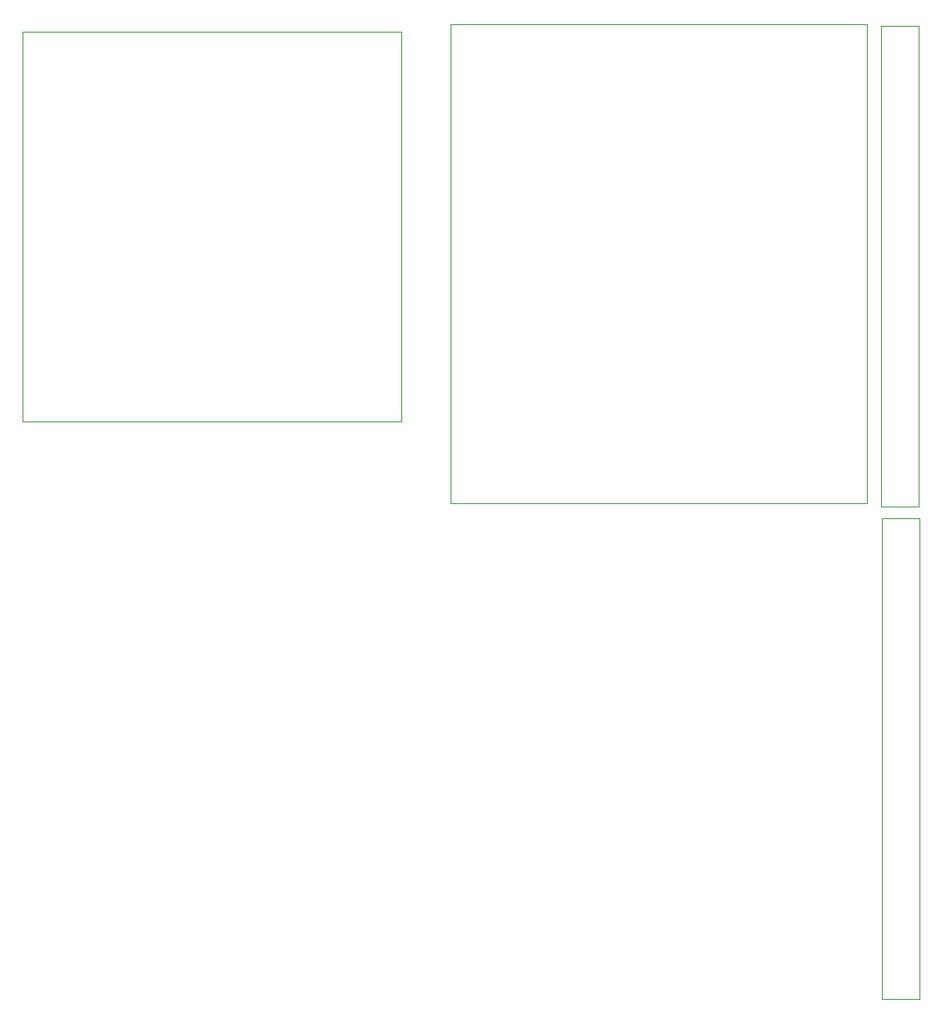
<source format=gbr>
G04 #@! TF.GenerationSoftware,KiCad,Pcbnew,7.0.5*
G04 #@! TF.CreationDate,2023-09-28T01:47:38+03:00*
G04 #@! TF.ProjectId,RP2040_minimal,52503230-3430-45f6-9d69-6e696d616c2e,REV1*
G04 #@! TF.SameCoordinates,Original*
G04 #@! TF.FileFunction,Profile,NP*
%FSLAX46Y46*%
G04 Gerber Fmt 4.6, Leading zero omitted, Abs format (unit mm)*
G04 Created by KiCad (PCBNEW 7.0.5) date 2023-09-28 01:47:38*
%MOMM*%
%LPD*%
G01*
G04 APERTURE LIST*
G04 #@! TA.AperFunction,Profile*
%ADD10C,0.050000*%
G04 #@! TD*
G04 APERTURE END LIST*
D10*
X115173925Y-120019405D02*
X118983925Y-120019405D01*
X118983925Y-168787405D01*
X115173925Y-168787405D01*
X115173925Y-120019405D01*
X71425000Y-69885280D02*
X113625000Y-69885280D01*
X113625000Y-118485280D01*
X71425000Y-118485280D01*
X71425000Y-69885280D01*
X27978000Y-70610000D02*
X66428000Y-70610000D01*
X66428000Y-110190000D01*
X27978000Y-110190000D01*
X27978000Y-70610000D01*
X115090000Y-118804000D02*
X118900000Y-118804000D01*
X118900000Y-70036000D01*
X115090000Y-70036000D01*
X115090000Y-118804000D01*
M02*

</source>
